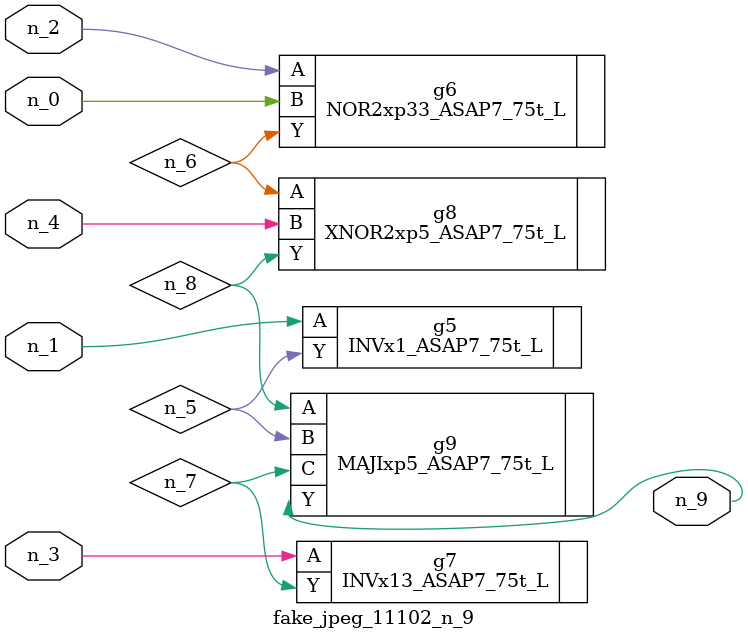
<source format=v>
module fake_jpeg_11102_n_9 (n_3, n_2, n_1, n_0, n_4, n_9);

input n_3;
input n_2;
input n_1;
input n_0;
input n_4;

output n_9;

wire n_8;
wire n_6;
wire n_5;
wire n_7;

INVx1_ASAP7_75t_L g5 ( 
.A(n_1),
.Y(n_5)
);

NOR2xp33_ASAP7_75t_L g6 ( 
.A(n_2),
.B(n_0),
.Y(n_6)
);

INVx13_ASAP7_75t_L g7 ( 
.A(n_3),
.Y(n_7)
);

XNOR2xp5_ASAP7_75t_L g8 ( 
.A(n_6),
.B(n_4),
.Y(n_8)
);

MAJIxp5_ASAP7_75t_L g9 ( 
.A(n_8),
.B(n_5),
.C(n_7),
.Y(n_9)
);


endmodule
</source>
